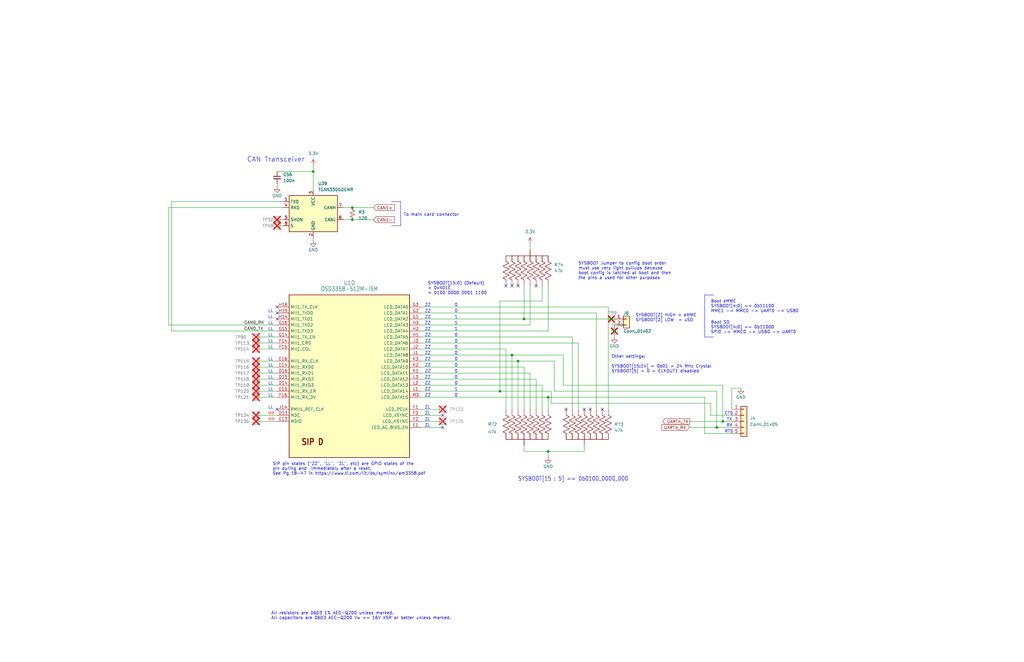
<source format=kicad_sch>
(kicad_sch (version 20250114) (generator "eeschema") (generator_version "9.0")
  (paper "USLedger")
  (title_block (title "OreSat C3: OSD3358 SIP D") (date "2023-05-29") (rev "6.1"))
  (lib_symbols
    (symbol "Connector_Generic:Conn_01x02" (pin_names (offset 1.016) (hide yes))
      (property "Reference" "J" (at 0 2.54 0))
      (property "Value" "Conn_01x02" (at 0 -5.08 0))
      (symbol "Conn_01x02_1_1"
        (pin passive line (at -5.08 0 0) (length 3.81) (name "Pin_1") (number "1"))
        (pin passive line (at -5.08 -2.54 0) (length 3.81) (name "Pin_2") (number "2"))
      )
    )
    (symbol "Connector_Generic:Conn_01x05" (pin_names (offset 1.016) (hide yes))
      (property "Reference" "J" (at 0 7.62 0))
      (property "Value" "Conn_01x05" (at 0 -7.62 0))
      (symbol "Conn_01x05_1_1"
        (pin passive line (at -5.08 5.08 0) (length 3.81) (name "Pin_1") (number "1"))
        (pin passive line (at -5.08 2.54 0) (length 3.81) (name "Pin_2") (number "2"))
        (pin passive line (at -5.08 0 0) (length 3.81) (name "Pin_3") (number "3"))
        (pin passive line (at -5.08 -2.54 0) (length 3.81) (name "Pin_4") (number "4"))
        (pin passive line (at -5.08 -5.08 0) (length 3.81) (name "Pin_5") (number "5"))
      )
    )
    (symbol "Device:C_Small" (pin_numbers (hide yes)) (pin_names (offset 0.254) (hide yes))
      (property "Reference" "C" (at 0.254 1.778 0))
      (property "Value" "C_Small" (at 0.254 -2.032 0))
      (symbol "C_Small_1_1"
        (pin passive line (at 0 2.54 270) (length 2.032) (name "~") (number "1"))
        (pin passive line (at 0 -2.54 90) (length 2.032) (name "~") (number "2"))
      )
    )
    (symbol "Device:R_Small_US" (pin_numbers (hide yes)) (pin_names (offset 0.254) (hide yes))
      (property "Reference" "R" (at 0.762 0.508 0))
      (property "Value" "R_Small_US" (at 0.762 -1.016 0))
      (symbol "R_Small_US_1_1"
        (pin passive line (at 0 2.54 270) (length 1.016) (name "~") (number "1"))
        (pin passive line (at 0 -2.54 90) (length 1.016) (name "~") (number "2"))
      )
    )
    (symbol "Interface_CAN_LIN:TCAN330"
      (property "Reference" "U" (at -10.16 8.89 0))
      (property "Value" "TCAN330" (at 2.54 8.89 0))
      (symbol "TCAN330_1_1"
        (pin input line (at -12.7 5.08 0) (length 2.54) (name "TXD") (number "1"))
        (pin tri_state line (at -12.7 2.54 0) (length 2.54) (name "RXD") (number "4"))
        (pin input line (at -12.7 -2.54 0) (length 2.54) (name "SHDN") (number "5"))
        (pin input line (at -12.7 -5.08 0) (length 2.54) (name "S") (number "8"))
        (pin power_in line (at 0 10.16 270) (length 2.54) (name "VCC") (number "3"))
        (pin power_in line (at 0 -10.16 90) (length 2.54) (name "GND") (number "2"))
        (pin bidirectional line (at 12.7 2.54 180) (length 2.54) (name "CANH") (number "7"))
        (pin bidirectional line (at 12.7 -2.54 180) (length 2.54) (name "CANL") (number "6"))
      )
    )
    (symbol "oresat-ics:OSD3358-512M-BSM"
      (property "Reference" "U" (at 0 87.63 0))
      (property "Value" "OSD3358-512M-BSM" (at 0 85.09 0))
      (symbol "OSD3358-512M-BSM_1_0"
        (text "GND to program EEPROM" (at -25.4 -71.12 0) (effects (font (size 1.27 1.0795)) (justify left bottom)))
        (text "SIP A" (at -20.32 17.78 0) (effects (font (size 2.54 2.159) (bold yes)) (justify left bottom)))
        (text "I2C0" (at -2.54 -60.96 900) (effects (font (size 2.54 2.159)) (justify left bottom)))
        (text "Connect together with pour" (at 5.08 -7.62 900) (effects (font (size 1.27 1.0795)) (justify left bottom)))
        (text "Connect together with pour" (at 5.08 -60.96 900) (effects (font (size 1.27 1.0795)) (justify left bottom)))
        (text "Reset" (at 5.08 -81.28 900) (effects (font (size 2.54 2.159)) (justify left bottom)))
        (text "Connect to either:\nSYS_VDD_1P8V or\nSYS_VDD3_3P3V" (at 8.89 -21.59 900) (effects (font (size 1.27 1.0795)) (justify bottom)))
        (pin power_in line (at -35.56 78.74 0) (length 5.08) (name "VIN_AC@1") (number "P10"))
        (pin power_in line (at -35.56 76.2 0) (length 5.08) (name "VIN_AC@2") (number "R10"))
        (pin power_in line (at -35.56 73.66 0) (length 5.08) (name "VIN_AC@3") (number "T10"))
        (pin power_in line (at -35.56 63.5 0) (length 5.08) (name "VIN_USB@1") (number "P9"))
        (pin power_in line (at -35.56 60.96 0) (length 5.08) (name "VIN_USB@2") (number "R9"))
        (pin power_in line (at -35.56 58.42 0) (length 5.08) (name "VIN_USB@3") (number "T9"))
        (pin power_in line (at -35.56 48.26 0) (length 5.08) (name "VIN_BAT@1") (number "P8"))
        (pin power_in line (at -35.56 45.72 0) (length 5.08) (name "VIN_BAT@2") (number "R8"))
        (pin power_in line (at -35.56 43.18 0) (length 5.08) (name "VIN_BAT@3") (number "T8"))
        (pin bidirectional line (at -35.56 38.1 0) (length 5.08) (name "PMIC_BAT_SENSE") (number "N7"))
        (pin bidirectional line (at -35.56 35.56 0) (length 5.08) (name "PMIC_TS") (number "N6"))
        (pin bidirectional line (at -35.56 5.08 0) (length 5.08) (name "PMIC_NRESET") (number "M13"))
        (pin bidirectional line (at -35.56 -5.08 0) (length 5.08) (name "PMIC_PB_IN") (number "T11"))
        (pin input line (at -35.56 -15.24 0) (length 5.08) (name "PMIC_PWR_EN") (number "N11"))
        (pin output line (at -35.56 -17.78 0) (length 5.08) (name "PMIC_POWER_EN") (number "N10"))
        (pin output line (at -35.56 -22.86 0) (length 5.08) (name "PMIC_LDO_PGOOD") (number "N4"))
        (pin bidirectional line (at -35.56 -25.4 0) (length 5.08) (name "RTC_PWRONRSTN") (number "N5"))
        (pin output line (at -35.56 -30.48 0) (length 5.08) (name "PMIC_NWAKEUP") (number "L4"))
        (pin bidirectional line (at -35.56 -33.02 0) (length 5.08) (name "EXT_WAKEUP") (number "M4"))
        (pin output line (at -35.56 -38.1 0) (length 5.08) (name "PMIC_NINT") (number "E4"))
        (pin bidirectional line (at -35.56 -40.64 0) (length 5.08) (name "EXTINTN") (number "D4"))
        (pin bidirectional line (at -35.56 -50.8 0) (length 5.08) (name "PMIC_SCL") (number "D10"))
        (pin bidirectional line (at -35.56 -53.34 0) (length 5.08) (name "I2C0_SCL") (number "C10"))
        (pin bidirectional line (at -35.56 -60.96 0) (length 5.08) (name "PMIC_SDA") (number "D11"))
        (pin bidirectional line (at -35.56 -63.5 0) (length 5.08) (name "I2C0_SDA") (number "C11"))
        (pin bidirectional line (at -35.56 -73.66 0) (length 5.08) (name "EEPROM_WP") (number "M2"))
        (pin bidirectional line (at -35.56 -83.82 0) (length 5.08) (name "RTC_KALDO_ENN") (number "M16"))
        (pin power_in line (at 35.56 78.74 180) (length 5.08) (name "SYS_VOUT@1") (number "K6"))
        (pin power_in line (at 35.56 76.2 180) (length 5.08) (name "SYS_VOUT@2") (number "K7"))
        (pin power_in line (at 35.56 73.66 180) (length 5.08) (name "SYS_VOUT@3") (number "L6"))
        (pin power_in line (at 35.56 71.12 180) (length 5.08) (name "SYS_VOUT@4") (number "L7"))
        (pin power_in line (at 35.56 60.96 180) (length 5.08) (name "SYS_VDD1_3P3V@1") (number "F6"))
        (pin power_in line (at 35.56 58.42 180) (length 5.08) (name "SYS_VDD1_3P3V@2") (number "F7"))
        (pin power_in line (at 35.56 55.88 180) (length 5.08) (name "SYS_VDD1_3P3V@3") (number "G6"))
        (pin power_in line (at 35.56 53.34 180) (length 5.08) (name "SYS_VDD1_3P3V@4") (number "G7"))
        (pin power_in line (at 35.56 43.18 180) (length 5.08) (name "SYS_VDD2_3P3V@1") (number "F11"))
        (pin power_in line (at 35.56 40.64 180) (length 5.08) (name "SYS_VDD2_3P3V@2") (number "G11"))
        (pin power_in line (at 35.56 30.48 180) (length 5.08) (name "SYS_RTC_1P8V@1") (number "K11"))
        (pin power_in line (at 35.56 27.94 180) (length 5.08) (name "SYS_RTC_1P8V@2") (number "L11"))
        (pin power_in line (at 35.56 12.7 180) (length 5.08) (name "SYS_VDD3_3P3V@1") (number "F8"))
        (pin power_in line (at 35.56 10.16 180) (length 5.08) (name "SYS_VDD3_3P3V@2") (number "G8"))
        (pin power_in line (at 35.56 7.62 180) (length 5.08) (name "SYS_VDD3_3P3V@3") (number "H7"))
        (pin power_in line (at 35.56 5.08 180) (length 5.08) (name "SYS_VDD3_3P3V@4") (number "H8"))
        (pin power_in line (at 35.56 2.54 180) (length 5.08) (name "SYS_VDD3_3P3V@5") (number "J7"))
        (pin power_in line (at 35.56 0 180) (length 5.08) (name "SYS_VDD3_3P3V@6") (number "J8"))
        (pin power_in line (at 35.56 -2.54 180) (length 5.08) (name "SYS_VDD3_3P3V@7") (number "K8"))
        (pin power_in line (at 35.56 -5.08 180) (length 5.08) (name "SYS_VDD3_3P3V@8") (number "L8"))
        (pin power_in line (at 35.56 -15.24 180) (length 5.08) (name "VDDSHV1") (number "J9"))
        (pin power_in line (at 35.56 -17.78 180) (length 5.08) (name "VDDSHV2") (number "K9"))
        (pin power_in line (at 35.56 -20.32 180) (length 5.08) (name "VDDSHV3") (number "L9"))
        (pin power_in line (at 35.56 -22.86 180) (length 5.08) (name "VDDSHV4") (number "F9"))
        (pin power_in line (at 35.56 -25.4 180) (length 5.08) (name "VDDSHV5") (number "G9"))
        (pin power_in line (at 35.56 -27.94 180) (length 5.08) (name "VDDSHV6") (number "H9"))
        (pin power_in line (at 35.56 -38.1 180) (length 5.08) (name "SYS_VDD_1P8V@1") (number "F10"))
        (pin power_in line (at 35.56 -40.64 180) (length 5.08) (name "SYS_VDD_1P8V@2") (number "G10"))
        (pin power_in line (at 35.56 -43.18 180) (length 5.08) (name "SYS_VDD_1P8V@3") (number "H10"))
        (pin power_in line (at 35.56 -45.72 180) (length 5.08) (name "SYS_VDD_1P8V@4") (number "H11"))
        (pin power_in line (at 35.56 -48.26 180) (length 5.08) (name "SYS_VDD_1P8V@5") (number "J10"))
        (pin power_in line (at 35.56 -50.8 180) (length 5.08) (name "SYS_VDD_1P8V@6") (number "J11"))
        (pin power_in line (at 35.56 -53.34 180) (length 5.08) (name "SYS_VDD_1P8V@7") (number "K10"))
        (pin power_in line (at 35.56 -55.88 180) (length 5.08) (name "SYS_VDD_1P8V@8") (number "L10"))
        (pin output line (at 35.56 -71.12 180) (length 5.08) (name "PMIC_PGOOD") (number "N12"))
        (pin bidirectional line (at 35.56 -73.66 180) (length 5.08) (name "PWRONRSTN") (number "P11"))
        (pin bidirectional line (at 35.56 -83.82 180) (length 5.08) (name "WARMRSTN") (number "R11"))
      )
      (symbol "OSD3358-512M-BSM_2_0"
        (text "SIP B" (at -5.08 53.34 0) (effects (font (size 2.54 2.159) (bold yes)) (justify left bottom)))
        (text "XTAL" (at -2.54 30.48 900) (effects (font (size 2.54 2.159)) (justify left bottom)))
        (text "RTC" (at -2.54 0 900) (effects (font (size 2.54 2.159)) (justify left bottom)))
        (text "JTAG" (at -2.54 -25.4 900) (effects (font (size 2.54 2.159)) (justify left bottom)))
        (text "USB0" (at -2.54 -53.34 900) (effects (font (size 2.54 2.159)) (justify left bottom)))
        (text "Analog" (at 2.54 22.86 0) (effects (font (size 2.54 2.159)) (justify left bottom)))
        (text "Analog Inputs" (at 5.08 -30.48 900) (effects (font (size 2.54 2.159)) (justify left bottom)))
        (text "USB1" (at 5.08 -53.34 900) (effects (font (size 2.54 2.159)) (justify left bottom)))
        (text "Pwr & Gnd" (at 12.7 20.32 0) (effects (font (size 2.159 2.159))))
        (pin bidirectional line (at -30.48 43.18 0) (length 5.08) (name "OSC0_IN") (number "P16"))
        (pin bidirectional line (at -30.48 27.94 0) (length 5.08) (name "OSC0_OUT") (number "N16"))
        (pin bidirectional line (at -30.48 22.86 0) (length 5.08) (name "OSC0_GND") (number "N15"))
        (pin bidirectional line (at -30.48 12.7 0) (length 5.08) (name "OSC1_IN") (number "A6"))
        (pin bidirectional line (at -30.48 -2.54 0) (length 5.08) (name "OSC1_OUT") (number "A5"))
        (pin bidirectional line (at -30.48 -7.62 0) (length 5.08) (name "OSC1_GND") (number "B5"))
        (pin bidirectional line (at -30.48 -17.78 0) (length 5.08) (name "TDI") (number "C1"))
        (pin bidirectional line (at -30.48 -20.32 0) (length 5.08) (name "TDO") (number "C2"))
        (pin bidirectional line (at -30.48 -22.86 0) (length 5.08) (name "TCK") (number "D1"))
        (pin bidirectional line (at -30.48 -25.4 0) (length 5.08) (name "TMS") (number "D2"))
        (pin bidirectional line (at -30.48 -27.94 0) (length 5.08) (name "TRSTN") (number "D3"))
        (pin bidirectional line (at -30.48 -30.48 0) (length 5.08) (name "EMU0") (number "E2"))
        (pin bidirectional line (at -30.48 -33.02 0) (length 5.08) (name "EMU1") (number "E3"))
        (pin bidirectional line (at -30.48 -43.18 0) (length 5.08) (name "USB0_VBUS") (number "J16"))
        (pin bidirectional line (at -30.48 -45.72 0) (length 5.08) (name "USB0_DM") (number "K16"))
        (pin bidirectional line (at -30.48 -48.26 0) (length 5.08) (name "USB0_DP") (number "K15"))
        (pin bidirectional line (at -30.48 -50.8 0) (length 5.08) (name "USB0_ID") (number "K14"))
        (pin bidirectional line (at -30.48 -53.34 0) (length 5.08) (name "USB0_CE") (number "K13"))
        (pin bidirectional line (at -30.48 -55.88 0) (length 5.08) (name "USB0_DRVVBUS") (number "J15"))
        (pin bidirectional line (at 30.48 45.72 180) (length 5.08) (name "SYS_ADC_1P8V") (number "A7"))
        (pin bidirectional line (at 30.48 35.56 180) (length 5.08) (name "VREFP") (number "B7"))
        (pin bidirectional line (at 30.48 15.24 180) (length 5.08) (name "AGND_ADC") (number "A9"))
        (pin bidirectional line (at 30.48 5.08 180) (length 5.08) (name "VREFN") (number "B9"))
        (pin bidirectional line (at 30.48 -5.08 180) (length 5.08) (name "AIN0") (number "A8"))
        (pin bidirectional line (at 30.48 -7.62 180) (length 5.08) (name "AIN1") (number "B8"))
        (pin bidirectional line (at 30.48 -10.16 180) (length 5.08) (name "AIN2") (number "B6"))
        (pin bidirectional line (at 30.48 -12.7 180) (length 5.08) (name "AIN3") (number "C6"))
        (pin bidirectional line (at 30.48 -15.24 180) (length 5.08) (name "AIN4") (number "C7"))
        (pin bidirectional line (at 30.48 -17.78 180) (length 5.08) (name "AIN5") (number "C8"))
        (pin bidirectional line (at 30.48 -20.32 180) (length 5.08) (name "AIN6") (number "C9"))
        (pin bidirectional line (at 30.48 -22.86 180) (length 5.08) (name "AIN7") (number "D7"))
        (pin bidirectional line (at 30.48 -27.94 180) (length 5.08) (name "PMIC_MUX_OUT") (number "D6"))
        (pin bidirectional line (at 30.48 -33.02 180) (length 5.08) (name "PMIC_MUX_IN") (number "N13"))
        (pin bidirectional line (at 30.48 -43.18 180) (length 5.08) (name "USB1_VBUS") (number "M15"))
        (pin bidirectional line (at 30.48 -45.72 180) (length 5.08) (name "USB1_DM") (number "L16"))
        (pin bidirectional line (at 30.48 -48.26 180) (length 5.08) (name "USB1_DP") (number "L15"))
        (pin bidirectional line (at 30.48 -50.8 180) (length 5.08) (name "USB1_ID") (number "L14"))
        (pin bidirectional line (at 30.48 -53.34 180) (length 5.08) (name "USB1_CE") (number "L13"))
        (pin bidirectional line (at 30.48 -55.88 180) (length 5.08) (name "USB1_DRVVBUS") (number "M14"))
      )
      (symbol "OSD3358-512M-BSM_3_0"
        (text "SIP C" (at -5.08 53.34 0) (effects (font (size 2.54 2.159) (bold yes)) (justify left bottom)))
        (pin bidirectional line (at -30.48 55.88 0) (length 5.08) (name "UART0_TXD") (number "B12"))
        (pin bidirectional line (at -30.48 53.34 0) (length 5.08) (name "UART0_RXD") (number "A12"))
        (pin bidirectional line (at -30.48 50.8 0) (length 5.08) (name "UART0_CTSN") (number "C12"))
        (pin bidirectional line (at -30.48 48.26 0) (length 5.08) (name "UART0_RTSN") (number "C13"))
        (pin bidirectional line (at -30.48 40.64 0) (length 5.08) (name "UART1_TXD") (number "B11"))
        (pin bidirectional line (at -30.48 38.1 0) (length 5.08) (name "UART1_RXD") (number "A11"))
        (pin bidirectional line (at -30.48 35.56 0) (length 5.08) (name "UART1_CTSN") (number "B10"))
        (pin bidirectional line (at -30.48 33.02 0) (length 5.08) (name "UART1_RTSN") (number "A10"))
        (pin bidirectional line (at -30.48 25.4 0) (length 5.08) (name "SPI0_SCLK") (number "A13"))
        (pin bidirectional line (at -30.48 22.86 0) (length 5.08) (name "SPI0_D0") (number "B13"))
        (pin bidirectional line (at -30.48 20.32 0) (length 5.08) (name "SPI0_D1") (number "B14"))
        (pin bidirectional line (at -30.48 17.78 0) (length 5.08) (name "SPI0_CS0") (number "A14"))
        (pin bidirectional line (at -30.48 15.24 0) (length 5.08) (name "SPI0_CS1") (number "C14"))
        (pin bidirectional line (at -30.48 7.62 0) (length 5.08) (name "MMC0_CLK") (number "B15"))
        (pin bidirectional line (at -30.48 5.08 0) (length 5.08) (name "MMC0_CMD") (number "B16"))
        (pin bidirectional line (at -30.48 2.54 0) (length 5.08) (name "MMC0_DAT0") (number "A16"))
        (pin bidirectional line (at -30.48 0 0) (length 5.08) (name "MMC0_DAT1") (number "A15"))
        (pin bidirectional line (at -30.48 -2.54 0) (length 5.08) (name "MMC0_DAT2") (number "C16"))
        (pin bidirectional line (at -30.48 -5.08 0) (length 5.08) (name "MMC0_DAT3") (number "C15"))
        (pin bidirectional line (at -30.48 -12.7 0) (length 5.08) (name "MCASP0_ACLKX") (number "A1"))
        (pin bidirectional line (at -30.48 -15.24 0) (length 5.08) (name "MCASP0_FSX") (number "A2"))
        (pin bidirectional line (at -30.48 -17.78 0) (length 5.08) (name "MCASP0_AXR0") (number "B2"))
        (pin bidirectional line (at -30.48 -20.32 0) (length 5.08) (name "MCASP0_AHCLKR") (number "B1"))
        (pin bidirectional line (at -30.48 -22.86 0) (length 5.08) (name "MCASP0_ACLKR") (number "A3"))
        (pin bidirectional line (at -30.48 -25.4 0) (length 5.08) (name "MCASP0_FSR") (number "B3"))
        (pin bidirectional line (at -30.48 -27.94 0) (length 5.08) (name "MCASP0_AXR1") (number "C3"))
        (pin bidirectional line (at -30.48 -30.48 0) (length 5.08) (name "MCASP0_AHCLKX") (number "C4"))
        (pin bidirectional line (at -30.48 -38.1 0) (length 5.08) (name "XDMA_EVENT_INTR0") (number "A4"))
        (pin bidirectional line (at -30.48 -40.64 0) (length 5.08) (name "XDMA_EVENT_INTR1") (number "B4"))
        (pin bidirectional line (at -30.48 -43.18 0) (length 5.08) (name "ECAP0_IN_PWM0_OUT") (number "C5"))
        (pin bidirectional line (at 30.48 55.88 180) (length 5.08) (name "GPMC_CLK") (number "T7"))
        (pin bidirectional line (at 30.48 50.8 180) (length 5.08) (name "GPMC_A0") (number "T12"))
        (pin bidirectional line (at 30.48 48.26 180) (length 5.08) (name "GPMC_A1") (number "R12"))
        (pin bidirectional line (at 30.48 45.72 180) (length 5.08) (name "GPMC_A2") (number "P12"))
        (pin bidirectional line (at 30.48 43.18 180) (length 5.08) (name "GPMC_A3") (number "T13"))
        (pin bidirectional line (at 30.48 40.64 180) (length 5.08) (name "GPMC_A4") (number "R13"))
        (pin bidirectional line (at 30.48 38.1 180) (length 5.08) (name "GPMC_A5") (number "P13"))
        (pin bidirectional line (at 30.48 35.56 180) (length 5.08) (name "GPMC_A6") (number "T14"))
        (pin bidirectional line (at 30.48 33.02 180) (length 5.08) (name "GPMC_A7") (number "R14"))
        (pin bidirectional line (at 30.48 30.48 180) (length 5.08) (name "GPMC_A8") (number "P14"))
        (pin bidirectional line (at 30.48 27.94 180) (length 5.08) (name "GPMC_A9") (number "T15"))
        (pin bidirectional line (at 30.48 25.4 180) (length 5.08) (name "GPMC_A10") (number "R15"))
        (pin bidirectional line (at 30.48 22.86 180) (length 5.08) (name "GPMC_A11") (number "T16"))
        (pin bidirectional line (at 30.48 17.78 180) (length 5.08) (name "GPMC_BEN1") (number "N14"))
        (pin bidirectional line (at 30.48 15.24 180) (length 5.08) (name "GPMC_WAIT0") (number "P15"))
        (pin bidirectional line (at 30.48 12.7 180) (length 5.08) (name "GPMC_WPN") (number "R16"))
        (pin bidirectional line (at 30.48 7.62 180) (length 5.08) (name "GPMC_CSN0") (number "P3"))
        (pin bidirectional line (at 30.48 5.08 180) (length 5.08) (name "GPMC_CSN1") (number "P2"))
        (pin bidirectional line (at 30.48 2.54 180) (length 5.08) (name "GPMC_CSN2") (number "P1"))
        (pin bidirectional line (at 30.48 0 180) (length 5.08) (name "GPMC_CSN3") (number "R7"))
        (pin bidirectional line (at 30.48 -5.08 180) (length 5.08) (name "GPMC_AD0") (number "R3"))
        (pin bidirectional line (at 30.48 -7.62 180) (length 5.08) (name "GPMC_AD1") (number "R2"))
        (pin bidirectional line (at 30.48 -10.16 180) (length 5.08) (name "GPMC_AD2") (number "R1"))
        (pin bidirectional line (at 30.48 -12.7 180) (length 5.08) (name "GPMC_AD3") (number "T3"))
        (pin bidirectional line (at 30.48 -15.24 180) (length 5.08) (name "GPMC_AD4") (number "T2"))
        (pin bidirectional line (at 30.48 -17.78 180) (length 5.08) (name "GPMC_AD5") (number "T1"))
        (pin bidirectional line (at 30.48 -20.32 180) (length 5.08) (name "GPMC_AD6") (number "P4"))
        (pin bidirectional line (at 30.48 -22.86 180) (length 5.08) (name "GPMC_AD7") (number "R4"))
        (pin bidirectional line (at 30.48 -27.94 180) (length 5.08) (name "GPMC_AD8") (number "T4"))
        (pin bidirectional line (at 30.48 -30.48 180) (length 5.08) (name "GPMC_AD9") (number "P5"))
        (pin bidirectional line (at 30.48 -33.02 180) (length 5.08) (name "GPMC_AD10") (number "R5"))
        (pin bidirectional line (at 30.48 -35.56 180) (length 5.08) (name "GPMC_AD11") (number "T5"))
        (pin bidirectional line (at 30.48 -38.1 180) (length 5.08) (name "GPMC_AD12") (number "P6"))
        (pin bidirectional line (at 30.48 -40.64 180) (length 5.08) (name "GPMC_AD13") (number "R6"))
        (pin bidirectional line (at 30.48 -43.18 180) (length 5.08) (name "GPMC_AD14") (number "T6"))
        (pin bidirectional line (at 30.48 -45.72 180) (length 5.08) (name "GPMC_AD15") (number "P7"))
        (pin bidirectional line (at 30.48 -50.8 180) (length 5.08) (name "GPMC_ADVN_ALE") (number "M1"))
        (pin bidirectional line (at 30.48 -53.34 180) (length 5.08) (name "GPMC_BEN0_CLE") (number "N3"))
        (pin bidirectional line (at 30.48 -55.88 180) (length 5.08) (name "GPMC_WEN") (number "N2"))
        (pin bidirectional line (at 30.48 -58.42 180) (length 5.08) (name "GPMC_OEN_REN") (number "N1"))
      )
      (symbol "OSD3358-512M-BSM_4_0"
        (text "SIP D" (at -20.32 -30.48 0) (effects (font (size 2.54 2.159) (bold yes)) (justify left bottom)))
        (pin bidirectional line (at -30.48 27.94 0) (length 5.08) (name "MII1_TX_CLK") (number "H16"))
        (pin bidirectional line (at -30.48 25.4 0) (length 5.08) (name "MII1_TXD0") (number "H15"))
        (pin bidirectional line (at -30.48 22.86 0) (length 5.08) (name "MII1_TXD1") (number "H14"))
        (pin bidirectional line (at -30.48 20.32 0) (length 5.08) (name "MII1_TXD2") (number "G16"))
        (pin bidirectional line (at -30.48 17.78 0) (length 5.08) (name "MII1_TXD3") (number "G15"))
        (pin bidirectional line (at -30.48 15.24 0) (length 5.08) (name "MII1_TX_EN") (number "G14"))
        (pin bidirectional line (at -30.48 12.7 0) (length 5.08) (name "MII1_CRS") (number "F14"))
        (pin bidirectional line (at -30.48 10.16 0) (length 5.08) (name "MII1_COL") (number "F15"))
        (pin bidirectional line (at -30.48 5.08 0) (length 5.08) (name "MII1_RX_CLK") (number "E16"))
        (pin bidirectional line (at -30.48 2.54 0) (length 5.08) (name "MII1_RXD0") (number "E14"))
        (pin bidirectional line (at -30.48 0 0) (length 5.08) (name "MII1_RXD1") (number "D16"))
        (pin bidirectional line (at -30.48 -2.54 0) (length 5.08) (name "MII1_RXD2") (number "D15"))
        (pin bidirectional line (at -30.48 -5.08 0) (length 5.08) (name "MII1_RXD3") (number "D14"))
        (pin bidirectional line (at -30.48 -7.62 0) (length 5.08) (name "MII1_RX_ER") (number "E15"))
        (pin bidirectional line (at -30.48 -10.16 0) (length 5.08) (name "MII1_RX_DV") (number "F16"))
        (pin bidirectional line (at -30.48 -15.24 0) (length 5.08) (name "RMII1_REF_CLK") (number "J14"))
        (pin bidirectional line (at -30.48 -17.78 0) (length 5.08) (name "MDC") (number "D13"))
        (pin bidirectional line (at -30.48 -20.32 0) (length 5.08) (name "MDIO") (number "E13"))
        (pin bidirectional line (at 30.48 27.94 180) (length 5.08) (name "LCD_DATA0") (number "G3"))
        (pin bidirectional line (at 30.48 25.4 180) (length 5.08) (name "LCD_DATA1") (number "G2"))
        (pin bidirectional line (at 30.48 22.86 180) (length 5.08) (name "LCD_DATA2") (number "G1"))
        (pin bidirectional line (at 30.48 20.32 180) (length 5.08) (name "LCD_DATA3") (number "H3"))
        (pin bidirectional line (at 30.48 17.78 180) (length 5.08) (name "LCD_DATA4") (number "H2"))
        (pin bidirectional line (at 30.48 15.24 180) (length 5.08) (name "LCD_DATA5") (number "H1"))
        (pin bidirectional line (at 30.48 12.7 180) (length 5.08) (name "LCD_DATA6") (number "J3"))
        (pin bidirectional line (at 30.48 10.16 180) (length 5.08) (name "LCD_DATA7") (number "J2"))
        (pin bidirectional line (at 30.48 7.62 180) (length 5.08) (name "LCD_DATA8") (number "J1"))
        (pin bidirectional line (at 30.48 5.08 180) (length 5.08) (name "LCD_DATA9") (number "K3"))
        (pin bidirectional line (at 30.48 2.54 180) (length 5.08) (name "LCD_DATA10") (number "K2"))
        (pin bidirectional line (at 30.48 0 180) (length 5.08) (name "LCD_DATA11") (number "K1"))
        (pin bidirectional line (at 30.48 -2.54 180) (length 5.08) (name "LCD_DATA12") (number "L3"))
        (pin bidirectional line (at 30.48 -5.08 180) (length 5.08) (name "LCD_DATA13") (number "L2"))
        (pin bidirectional line (at 30.48 -7.62 180) (length 5.08) (name "LCD_DATA14") (number "L1"))
        (pin bidirectional line (at 30.48 -10.16 180) (length 5.08) (name "LCD_DATA15") (number "M3"))
        (pin bidirectional line (at 30.48 -15.24 180) (length 5.08) (name "LCD_PCLK") (number "F1"))
        (pin bidirectional line (at 30.48 -17.78 180) (length 5.08) (name "LCD_VSYNC") (number "F3"))
        (pin bidirectional line (at 30.48 -20.32 180) (length 5.08) (name "LCD_HSYNC") (number "F2"))
        (pin bidirectional line (at 30.48 -22.86 180) (length 5.08) (name "LCD_AC_BIAS_EN") (number "E1"))
      )
      (symbol "OSD3358-512M-BSM_5_0"
        (text "NOTE:  Can use pours to connect" (at -13.97 -17.78 0) (effects (font (size 1.27 1.0795)) (justify left bottom)))
        (text "DGND pads  instead of " (at -7.62 -19.05 0) (effects (font (size 1.27 1.27)) (justify left)))
        (text "a via per pad." (at -7.62 -21.59 0) (effects (font (size 1.27 1.27)) (justify left)))
        (text "SIP E" (at 0 20.32 0) (effects (font (size 2.54 2.159) (bold yes)) (justify bottom)))
        (pin bidirectional line (at -30.48 25.4 0) (length 5.08) (name "DGND@1") (number "D8"))
        (pin bidirectional line (at -30.48 22.86 0) (length 5.08) (name "DGND@2") (number "D9"))
        (pin bidirectional line (at -30.48 17.78 0) (length 5.08) (name "DGND@3") (number "E5"))
        (pin bidirectional line (at -30.48 15.24 0) (length 5.08) (name "DGND@4") (number "E6"))
        (pin bidirectional line (at -30.48 12.7 0) (length 5.08) (name "DGND@5") (number "E7"))
        (pin bidirectional line (at -30.48 10.16 0) (length 5.08) (name "DGND@6") (number "E8"))
        (pin bidirectional line (at -30.48 7.62 0) (length 5.08) (name "DGND@7") (number "E9"))
        (pin bidirectional line (at -30.48 5.08 0) (length 5.08) (name "DGND@8") (number "E10"))
        (pin bidirectional line (at -30.48 2.54 0) (length 5.08) (name "DGND@9") (number "E11"))
        (pin bidirectional line (at -30.48 0 0) (length 5.08) (name "DGND@10") (number "E12"))
        (pin bidirectional line (at -30.48 -5.08 0) (length 5.08) (name "DGND@11") (number "F5"))
        (pin bidirectional line (at -30.48 -7.62 0) (length 5.08) (name "DGND@12") (number "F12"))
        (pin bidirectional line (at -30.48 -12.7 0) (length 5.08) (name "DGND@13") (number "G5"))
        (pin bidirectional line (at -30.48 -15.24 0) (length 5.08) (name "DGND@14") (number "G12"))
        (pin bidirectional line (at -30.48 -20.32 0) (length 5.08) (name "DGND@15") (number "H4"))
        (pin bidirectional line (at -30.48 -22.86 0) (length 5.08) (name "DGND@16") (number "H5"))
        (pin bidirectional line (at -30.48 -25.4 0) (length 5.08) (name "DGND@17") (number "H12"))
        (pin bidirectional line (at -30.48 -27.94 0) (length 5.08) (name "DGND@18") (number "H13"))
        (pin bidirectional line (at 30.48 25.4 180) (length 5.08) (name "DGND@19") (number "J4"))
        (pin bidirectional line (at 30.48 22.86 180) (length 5.08) (name "DGND@20") (number "J5"))
        (pin bidirectional line (at 30.48 20.32 180) (length 5.08) (name "DGND@21") (number "J12"))
        (pin bidirectional line (at 30.48 17.78 180) (length 5.08) (name "DGND@22") (number "J13"))
        (pin bidirectional line (at 30.48 12.7 180) (length 5.08) (name "DGND@23") (number "K5"))
        (pin bidirectional line (at 30.48 10.16 180) (length 5.08) (name "DGND@24") (number "K12"))
        (pin bidirectional line (at 30.48 5.08 180) (length 5.08) (name "DGND@25") (number "L5"))
        (pin bidirectional line (at 30.48 2.54 180) (length 5.08) (name "DGND@26") (number "L12"))
        (pin bidirectional line (at 30.48 -2.54 180) (length 5.08) (name "DGND@27") (number "M5"))
        (pin bidirectional line (at 30.48 -5.08 180) (length 5.08) (name "DGND@28") (number "M6"))
        (pin bidirectional line (at 30.48 -7.62 180) (length 5.08) (name "DGND@29") (number "M7"))
        (pin bidirectional line (at 30.48 -10.16 180) (length 5.08) (name "DGND@30") (number "M8"))
        (pin bidirectional line (at 30.48 -12.7 180) (length 5.08) (name "DGND@31") (number "M9"))
        (pin bidirectional line (at 30.48 -15.24 180) (length 5.08) (name "DGND@32") (number "M10"))
        (pin bidirectional line (at 30.48 -17.78 180) (length 5.08) (name "DGND@33") (number "M11"))
        (pin bidirectional line (at 30.48 -20.32 180) (length 5.08) (name "DGND@34") (number "M12"))
        (pin bidirectional line (at 30.48 -25.4 180) (length 5.08) (name "DGND@35") (number "N8"))
        (pin bidirectional line (at 30.48 -27.94 180) (length 5.08) (name "DGND@36") (number "N9"))
      )
      (symbol "OSD3358-512M-BSM_6_0"
        (text "Test Point per " (at -10.16 7.62 0) (effects (font (size 1.27 1.27)) (justify left)))
        (text "power rail recommended" (at -10.16 5.08 0) (effects (font (size 1.27 1.27)) (justify left)))
        (text "Do Not Use" (at 0 11.43 0) (effects (font (size 1.778 1.5113)) (justify bottom)))
        (text "Do Not Connect" (at 0 -15.24 0) (effects (font (size 1.778 1.5113))))
        (text "SIP F" (at 15.24 20.32 0) (effects (font (size 2.54 2.159) (bold yes)) (justify bottom)))
        (pin bidirectional line (at -27.94 20.32 0) (length 5.08) (name "VDDS_DDR") (number "F4"))
        (pin bidirectional line (at -27.94 15.24 0) (length 5.08) (name "VDD_CORE") (number "G4"))
        (pin bidirectional line (at -27.94 10.16 0) (length 5.08) (name "VDD_MPU") (number "F13"))
        (pin bidirectional line (at -27.94 5.08 0) (length 5.08) (name "VDDS_PLL") (number "G13"))
        (pin bidirectional line (at -27.94 -5.08 0) (length 5.08) (name "CAP_VDD_RTC") (number "D5"))
        (pin bidirectional line (at -27.94 -10.16 0) (length 5.08) (name "VPP") (number "H6"))
        (pin bidirectional line (at 27.94 -5.08 180) (length 5.08) (name "NC@1") (number "D12"))
        (pin bidirectional line (at 27.94 -7.62 180) (length 5.08) (name "NC@2") (number "J6"))
        (pin bidirectional line (at 27.94 -10.16 180) (length 5.08) (name "NC@3") (number "K4"))
      )
    )
    (symbol "oresat-misc:Test-Point-0.75mm-th"
      (property "Reference" "TP" (at 0 2.54 0))
      (symbol "Test-Point-0.75mm-th_1_0"
        (pin passive line (at 0 0 0) (length 0) (name "1") (number "1"))
      )
    )
    (symbol "oresat-misc:Test-Point-1mm-round"
      (property "Reference" "TP" (at 0 2.54 0))
      (symbol "Test-Point-1mm-round_1_0"
        (pin passive line (at 0 0 0) (length 0) (name "1") (number "1"))
      )
    )
    (symbol "oresat-passives:EXB-A10P391J"
      (property "Reference" "R" (at -17.8308 5.1308 0))
      (property "Value" "EXB-A10P391J" (at -17.6784 2.5908 0))
      (symbol "EXB-A10P391J_1_0"
        (pin passive line (at -12.7 0 0) (length 2.54) (name "11") (number "1"))
        (pin passive line (at -12.7 -2.54 0) (length 2.54) (name "99") (number "9"))
        (pin passive line (at -12.7 -5.08 0) (length 2.54) (name "22") (number "2"))
        (pin passive line (at -12.7 -7.62 0) (length 2.54) (name "88") (number "8"))
        (pin passive line (at -12.7 -10.16 0) (length 2.54) (name "33") (number "3"))
        (pin passive line (at -12.7 -12.7 0) (length 2.54) (name "77") (number "7"))
        (pin passive line (at -12.7 -15.24 0) (length 2.54) (name "44") (number "4"))
        (pin passive line (at -12.7 -17.78 0) (length 2.54) (name "66") (number "6"))
        (pin passive line (at 2.54 -10.16 180) (length 2.54) (name "55") (number "10"))
        (pin passive line (at 2.54 -10.16 180) (length 2.54) (name "55") (number "5"))
      )
    )
    (symbol "oresat-power:3.3V" (power) (pin_names (offset 0))
      (property "Value" "3.3V" (at 0 3.556 0))
      (symbol "3.3V_1_1"
        (pin power_in line (at 0 0 90) (length 0) (hide yes) (name "3.3V") (number "1"))
      )
    )
    (symbol "power:GND" (power) (pin_names (offset 0))
      (property "Value" "GND" (at 0 -3.81 0))
      (symbol "GND_1_1"
        (pin power_in line (at 0 0 270) (length 0) (hide yes) (name "GND") (number "1"))
      )
    )
  )
  (text "LL" (at 113.03 160.02 0) (effects (font (size 1.27 1.27)) (justify left bottom)))
  (text "ZZ" (at 179.07 142.24 0) (effects (font (size 1.27 1.27)) (justify left bottom)))
  (text "1" (at 193.04 165.1 0) (effects (font (size 1.27 1.27)) (justify right bottom)))
  (text "1" (at 193.04 134.62 0) (effects (font (size 1.27 1.27)) (justify right bottom)))
  (text "LL" (at 113.03 172.72 0) (effects (font (size 1.27 1.27)) (justify left bottom)))
  (text "RX\n" (at 307.594 179.578 0) (effects (font (size 1.27 1.27))))
  (text "LL" (at 113.03 147.32 0) (effects (font (size 1.27 1.27)) (justify left bottom)))
  (text "LL" (at 113.03 157.48 0) (effects (font (size 1.27 1.27)) (justify left bottom)))
  (text "0" (at 193.04 144.78 0) (effects (font (size 1.27 1.27)) (justify right bottom)))
  (text "0" (at 193.04 147.32 0) (effects (font (size 1.27 1.27)) (justify right bottom)))
  (text "SYSBOOT[2] HIGH = eMMC\nSYSBOOT[2] LOW  = uSD" (at 267.97 135.89 0) (effects (font (size 1.27 1.27)) (justify left bottom)))
  (text "SIP pin states (\"ZZ\", \"LL\", \"ZL\", etc) are GPIO states of the\npin during and  immediately after a reset.  \nSee Pg 18-47 in https://www.ti.com/lit/ds/symlink/am3358.pdf\n" (at 114.935 200.66 0) (effects (font (size 1.27 1.27)) (justify left bottom)))
  (text "ZZ" (at 179.07 160.02 0) (effects (font (size 1.27 1.27)) (justify left bottom)))
  (text "ZZ" (at 179.07 165.1 0) (effects (font (size 1.27 1.27)) (justify left bottom)))
  (text "Boot SD\nSYSBOOT[4:0] == 0b11000\nSPI0 -> MMC0 -> USB0 -> UART0" (at 299.72 140.97 0) (effects (font (size 1.27 1.27)) (justify left bottom)))
  (text "LL" (at 113.03 162.56 0) (effects (font (size 1.27 1.27)) (justify left bottom)))
  (text "0" (at 193.04 149.86 0) (effects (font (size 1.27 1.27)) (justify right bottom)))
  (text "ZL" (at 179.07 180.34 0) (effects (font (size 1.27 1.27)) (justify left bottom)))
  (text "ZZ" (at 179.07 139.7 0) (effects (font (size 1.27 1.27)) (justify left bottom)))
  (text "0" (at 193.04 157.48 0) (effects (font (size 1.27 1.27)) (justify right bottom)))
  (text "LL" (at 113.03 167.64 0) (effects (font (size 1.27 1.27)) (justify left bottom)))
  (text "ZZ" (at 179.07 147.32 0) (effects (font (size 1.27 1.27)) (justify left bottom)))
  (text "All resistors are 0603 1% AEC-Q200 unless marked.\nAll capacitors are 0603 AEC-Q200 Vw >= 16V X5R or better unless marked." (at 114.3 261.62 0) (effects (font (size 1.27 1.27)) (justify left bottom)))
  (text "ZZ" (at 179.07 149.86 0) (effects (font (size 1.27 1.27)) (justify left bottom)))
  (text "LL" (at 113.03 144.78 0) (effects (font (size 1.27 1.27)) (justify left bottom)))
  (text "Boot eMMC\nSYSBOOT[4:0] == 0b11100\nMMC1 -> MMC0 -> UART0 -> USB0" (at 299.72 132.08 0) (effects (font (size 1.27 1.27)) (justify left bottom)))
  (text "SYSBOOT[15:0] (Default)\n= 0x401C\n= 0100 0000 0001 1100 " (at 180.34 124.46 0) (effects (font (size 1.27 1.27)) (justify left bottom)))
  (text "ZZ" (at 179.07 134.62 0) (effects (font (size 1.27 1.27)) (justify left bottom)))
  (text "ZZ" (at 179.07 129.54 0) (effects (font (size 1.27 1.27)) (justify left bottom)))
  (text "LL" (at 113.03 137.16 0) (effects (font (size 1.27 1.27)) (justify left bottom)))
  (text "ZZ" (at 179.07 154.94 0) (effects (font (size 1.27 1.27)) (justify left bottom)))
  (text "0" (at 193.04 132.08 0) (effects (font (size 1.27 1.27)) (justify right bottom)))
  (text "ZZ" (at 179.07 162.56 0) (effects (font (size 1.27 1.27)) (justify left bottom)))
  (text "ZZ" (at 179.07 157.48 0) (effects (font (size 1.27 1.27)) (justify left bottom)))
  (text "ZL" (at 179.07 177.8 0) (effects (font (size 1.27 1.27)) (justify left bottom)))
  (text "HH" (at 113.03 177.8 0) (effects (font (size 1.27 1.27)) (justify left bottom)))
  (text "ZZ" (at 179.07 132.08 0) (effects (font (size 1.27 1.27)) (justify left bottom)))
  (text "1" (at 193.04 139.7 0) (effects (font (size 1.27 1.27)) (justify right bottom)))
  (text "HH" (at 113.03 175.26 0) (effects (font (size 1.27 1.27)) (justify left bottom)))
  (text "CAN Transceiver" (at 104.14 68.58 0) (effects (font (size 2 2)) (justify left bottom)))
  (text "SYSBOOT Jumper to config boot order\nmust use very light pullups because\nboot config is latched at boot and then\nthe pins a used for other purposes" (at 243.84 118.11 0) (effects (font (size 1.27 1.27)) (justify left bottom)))
  (text "LL" (at 113.03 154.94 0) (effects (font (size 1.27 1.27)) (justify left bottom)))
  (text "ZL" (at 179.07 175.26 0) (effects (font (size 1.27 1.27)) (justify left bottom)))
  (text "TX" (at 307.594 177.038 0) (effects (font (size 1.27 1.27))))
  (text "LL" (at 113.03 142.24 0) (effects (font (size 1.27 1.27)) (justify left bottom)))
  (text "0" (at 193.04 160.02 0) (effects (font (size 1.27 1.27)) (justify right bottom)))
  (text "ZZ" (at 179.07 152.4 0) (effects (font (size 1.27 1.27)) (justify left bottom)))
  (text "ZZ" (at 179.07 167.64 0) (effects (font (size 1.27 1.27)) (justify left bottom)))
  (text "0" (at 193.04 162.56 0) (effects (font (size 1.27 1.27)) (justify right bottom)))
  (text "1" (at 193.04 137.16 0) (effects (font (size 1.27 1.27)) (justify right bottom)))
  (text "LL" (at 113.03 165.1 0) (effects (font (size 1.27 1.27)) (justify left bottom)))
  (text "ZZ" (at 179.07 137.16 0) (effects (font (size 1.27 1.27)) (justify left bottom)))
  (text "ZL" (at 179.07 172.72 0) (effects (font (size 1.27 1.27)) (justify left bottom)))
  (text "LL" (at 113.03 152.4 0) (effects (font (size 1.27 1.27)) (justify left bottom)))
  (text "LL" (at 113.03 132.08 0) (effects (font (size 1.27 1.27)) (justify left bottom)))
  (text "0" (at 193.04 154.94 0) (effects (font (size 1.27 1.27)) (justify right bottom)))
  (text "0" (at 193.04 142.24 0) (effects (font (size 1.27 1.27)) (justify right bottom)))
  (text "Other settings:\n\nSYSBOOT[15:14] = 0b01 = 24 MHz Crystal\nSYSBOOT[5] = 0 = CLKOUT1 disabled" (at 257.81 157.48 0) (effects (font (size 1.27 1.27)) (justify left bottom)))
  (text "SYSBOOT[15 : 5] == 0b0100_0000_000" (at 218.44 203.2 0) (effects (font (size 1.778 1.5113)) (justify left bottom)))
  (text "LL" (at 113.03 139.7 0) (effects (font (size 1.27 1.27)) (justify left bottom)))
  (text "0" (at 193.04 152.4 0) (effects (font (size 1.27 1.27)) (justify right bottom)))
  (text "ZZ" (at 179.07 144.78 0) (effects (font (size 1.27 1.27)) (justify left bottom)))
  (text "0" (at 193.04 167.64 0) (effects (font (size 1.27 1.27)) (justify right bottom)))
  (text "0" (at 193.04 129.54 0) (effects (font (size 1.27 1.27)) (justify right bottom)))
  (text "RTS" (at 307.34 182.118 0) (effects (font (size 1.27 1.27))))
  (text "To main card connector" (at 170.18 91.44 0) (effects (font (size 1.27 1.27)) (justify left bottom)))
  (text "CTS" (at 307.34 174.498 0) (effects (font (size 1.27 1.27))))
  (text "LL" (at 113.03 134.62 0) (effects (font (size 1.27 1.27)) (justify left bottom)))
  (junction (at 304.8 177.8))
  (junction (at 231.14 167.64))
  (junction (at 210.82 165.1))
  (junction (at 218.44 152.4))
  (junction (at 148.59 87.63))
  (junction (at 259.08 139.7))
  (junction (at 257.81 134.62))
  (junction (at 302.26 180.34))
  (junction (at 148.59 92.71))
  (junction (at 215.9 149.86))
  (junction (at 231.14 190.5))
  (junction (at 132.08 72.39))
  (junction (at 220.98 134.62))
  (no_connect (at 218.44 120.65))
  (no_connect (at 215.9 120.65))
  (no_connect (at 238.76 172.72))
  (no_connect (at 186.69 180.34))
  (no_connect (at 213.36 120.65))
  (no_connect (at 226.06 120.65))
  (no_connect (at 248.92 172.72))
  (no_connect (at 246.38 172.72))
  (no_connect (at 116.84 172.72))
  (no_connect (at 116.84 132.08))
  (no_connect (at 254 172.72))
  (no_connect (at 186.69 175.26))
  (no_connect (at 116.84 134.62))
  (no_connect (at 116.84 129.54))
  (wire (pts (xy 228.6 120.65) (xy 228.6 127)))
  (wire (pts (xy 177.8 142.24) (xy 241.3 142.24)))
  (wire (pts (xy 177.8 167.64) (xy 231.14 167.64)))
  (wire (pts (xy 116.84 95.25) (xy 119.38 95.25)))
  (wire (pts (xy 223.52 120.65) (xy 223.52 137.16)))
  (wire (pts (xy 297.18 182.88) (xy 308.61 182.88)))
  (wire (pts (xy 220.98 134.62) (xy 257.81 134.62)))
  (wire (pts (xy 237.49 149.86) (xy 237.49 162.56)))
  (wire (pts (xy 302.26 165.1) (xy 233.68 165.1)))
  (wire (pts (xy 177.8 147.32) (xy 213.36 147.32)))
  (wire (pts (xy 177.8 134.62) (xy 220.98 134.62)))
  (wire (pts (xy 177.8 180.34) (xy 186.69 180.34)))
  (wire (pts (xy 243.84 144.78) (xy 243.84 172.72)))
  (wire (pts (xy 177.8 129.54) (xy 256.54 129.54)))
  (wire (pts (xy 107.95 152.4) (xy 116.84 152.4)))
  (wire (pts (xy 237.49 162.56) (xy 304.8 162.56)))
  (wire (pts (xy 177.8 132.08) (xy 251.46 132.08)))
  (wire (pts (xy 177.8 149.86) (xy 215.9 149.86)))
  (wire (pts (xy 231.14 167.64) (xy 231.14 172.72)))
  (wire (pts (xy 210.82 127) (xy 228.6 127)))
  (wire (pts (xy 177.8 139.7) (xy 231.14 139.7)))
  (wire (pts (xy 241.3 142.24) (xy 241.3 172.72)))
  (wire (pts (xy 231.14 190.5) (xy 231.14 193.04)))
  (wire (pts (xy 259.08 139.7) (xy 259.08 142.24)))
  (wire (pts (xy 107.95 177.8) (xy 116.84 177.8)))
  (wire (pts (xy 232.41 165.1) (xy 232.41 170.18)))
  (wire (pts (xy 116.84 77.47) (xy 116.84 78.74)))
  (polyline (pts (xy 165.1 85.09) (xy 168.91 85.09)))
  (wire (pts (xy 223.52 157.48) (xy 223.52 172.72)))
  (wire (pts (xy 177.8 160.02) (xy 226.06 160.02)))
  (polyline (pts (xy 297.18 124.46) (xy 297.18 142.24)))
  (wire (pts (xy 116.84 154.94) (xy 107.95 154.94)))
  (wire (pts (xy 233.68 152.4) (xy 218.44 152.4)))
  (wire (pts (xy 308.61 163.83) (xy 308.61 172.72)))
  (wire (pts (xy 177.8 177.8) (xy 186.69 177.8)))
  (wire (pts (xy 299.72 170.18) (xy 299.72 175.26)))
  (wire (pts (xy 215.9 149.86) (xy 215.9 172.72)))
  (wire (pts (xy 107.95 167.64) (xy 116.84 167.64)))
  (wire (pts (xy 116.84 72.39) (xy 132.08 72.39)))
  (wire (pts (xy 107.95 165.1) (xy 116.84 165.1)))
  (wire (pts (xy 116.84 147.32) (xy 107.95 147.32)))
  (wire (pts (xy 220.98 190.5) (xy 231.14 190.5)))
  (wire (pts (xy 107.95 160.02) (xy 116.84 160.02)))
  (wire (pts (xy 231.14 167.64) (xy 297.18 167.64)))
  (wire (pts (xy 220.98 187.96) (xy 220.98 190.5)))
  (wire (pts (xy 177.8 157.48) (xy 223.52 157.48)))
  (polyline (pts (xy 300.99 124.46) (xy 297.18 124.46)))
  (wire (pts (xy 233.68 165.1) (xy 233.68 152.4)))
  (wire (pts (xy 218.44 152.4) (xy 218.44 172.72)))
  (wire (pts (xy 132.08 100.33) (xy 132.08 101.6)))
  (wire (pts (xy 226.06 160.02) (xy 226.06 172.72)))
  (wire (pts (xy 72.39 85.09) (xy 72.39 139.7)))
  (wire (pts (xy 177.8 175.26) (xy 186.69 175.26)))
  (wire (pts (xy 259.08 137.16) (xy 259.08 139.7)))
  (wire (pts (xy 232.41 170.18) (xy 299.72 170.18)))
  (wire (pts (xy 220.98 154.94) (xy 220.98 172.72)))
  (wire (pts (xy 210.82 165.1) (xy 232.41 165.1)))
  (wire (pts (xy 257.81 134.62) (xy 259.08 134.62)))
  (wire (pts (xy 107.95 157.48) (xy 116.84 157.48)))
  (wire (pts (xy 71.12 87.63) (xy 119.38 87.63)))
  (wire (pts (xy 290.83 180.34) (xy 302.26 180.34)))
  (wire (pts (xy 116.84 92.71) (xy 119.38 92.71)))
  (wire (pts (xy 213.36 147.32) (xy 213.36 172.72)))
  (wire (pts (xy 71.12 137.16) (xy 116.84 137.16)))
  (wire (pts (xy 312.42 163.83) (xy 308.61 163.83)))
  (wire (pts (xy 304.8 177.8) (xy 308.61 177.8)))
  (wire (pts (xy 72.39 139.7) (xy 116.84 139.7)))
  (polyline (pts (xy 297.18 142.24) (xy 300.99 142.24)))
  (wire (pts (xy 290.83 177.8) (xy 304.8 177.8)))
  (wire (pts (xy 210.82 165.1) (xy 210.82 127)))
  (wire (pts (xy 144.78 87.63) (xy 148.59 87.63)))
  (wire (pts (xy 246.38 190.5) (xy 246.38 187.96)))
  (wire (pts (xy 297.18 167.64) (xy 297.18 182.88)))
  (polyline (pts (xy 165.1 95.25) (xy 168.91 95.25)))
  (wire (pts (xy 302.26 165.1) (xy 302.26 180.34)))
  (wire (pts (xy 148.59 87.63) (xy 157.48 87.63)))
  (wire (pts (xy 177.8 162.56) (xy 228.6 162.56)))
  (wire (pts (xy 148.59 92.71) (xy 157.48 92.71)))
  (wire (pts (xy 304.8 162.56) (xy 304.8 177.8)))
  (wire (pts (xy 177.8 165.1) (xy 210.82 165.1)))
  (wire (pts (xy 220.98 134.62) (xy 220.98 120.65)))
  (wire (pts (xy 107.95 144.78) (xy 116.84 144.78)))
  (wire (pts (xy 256.54 129.54) (xy 256.54 172.72)))
  (wire (pts (xy 231.14 120.65) (xy 231.14 139.7)))
  (wire (pts (xy 177.8 144.78) (xy 243.84 144.78)))
  (wire (pts (xy 177.8 137.16) (xy 223.52 137.16)))
  (wire (pts (xy 119.38 85.09) (xy 72.39 85.09)))
  (wire (pts (xy 71.12 87.63) (xy 71.12 137.16)))
  (wire (pts (xy 215.9 149.86) (xy 237.49 149.86)))
  (wire (pts (xy 177.8 152.4) (xy 218.44 152.4)))
  (wire (pts (xy 116.84 142.24) (xy 107.95 142.24)))
  (wire (pts (xy 107.95 162.56) (xy 116.84 162.56)))
  (wire (pts (xy 144.78 92.71) (xy 148.59 92.71)))
  (wire (pts (xy 177.8 172.72) (xy 186.69 172.72)))
  (polyline (pts (xy 168.91 85.09) (xy 168.91 95.25)))
  (wire (pts (xy 116.84 175.26) (xy 107.95 175.26)))
  (wire (pts (xy 251.46 132.08) (xy 251.46 172.72)))
  (wire (pts (xy 302.26 180.34) (xy 308.61 180.34)))
  (wire (pts (xy 228.6 162.56) (xy 228.6 172.72)))
  (wire (pts (xy 177.8 154.94) (xy 220.98 154.94)))
  (wire (pts (xy 132.08 69.85) (xy 132.08 72.39)))
  (wire (pts (xy 223.52 102.87) (xy 223.52 105.41)))
  (wire (pts (xy 132.08 72.39) (xy 132.08 80.01)))
  (wire (pts (xy 231.14 190.5) (xy 246.38 190.5)))
  (wire (pts (xy 299.72 175.26) (xy 308.61 175.26)))
  (label "CAN0_TX" (at 102.87 139.7 0))
  (label "CAN0_RX" (at 102.87 137.16 0))
  (global_label "UART4_RX" (shape input) (at 290.83 180.34 180) (property "Intersheetrefs" "${INTERSHEET_REFS}" (at 278.5315 180.34 0) (effects (justify right))))
  (global_label "UART4_TX" (shape output) (at 290.83 177.8 180) (property "Intersheetrefs" "${INTERSHEET_REFS}" (at 278.8339 177.8 0) (effects (justify right))))
  (global_label "CAN1-" (shape input) (at 157.48 92.71 0) (property "Intersheetrefs" "${INTERSHEET_REFS}" (at 166.9362 92.71 0) (effects (justify left))))
  (global_label "CAN1+" (shape input) (at 157.48 87.63 0) (property "Intersheetrefs" "${INTERSHEET_REFS}" (at 166.9362 87.63 0) (effects (justify left))))
  (symbol (lib_id "oresat-misc:Test-Point-1mm-round") (at 107.95 162.56 270) (unit 1) (dnp yes)
    (property "Reference" "TP119" (at 99.06 162.56 90) (effects (justify left)))
    (property "Value" "Test-Point" (effects (hide yes)))
    (property "Footprint" "oresat-misc:TestPoint_Pad_D1.0mm" (effects (hide yes)))
  )
  (symbol (lib_id "power:GND") (at 231.14 193.04 0) (unit 1)
    (property "Reference" "#PWR0161" (effects (hide yes)))
    (property "Value" "GND" (at 231.14 196.85 0))
  )
  (symbol (lib_id "oresat-power:3.3V") (at 223.52 102.87 0) (unit 1)
    (property "Reference" "#3V0110" (effects (hide yes)))
    (property "Value" "3.3V" (at 223.52 97.79 0))
  )
  (symbol (lib_id "oresat-passives:EXB-A10P391J") (at 256.54 185.42 270) (unit 1)
    (property "Reference" "R73" (at 259.08 179.0827 90) (effects (justify left)))
    (property "Value" "47k" (at 259.08 181.6227 90) (effects (justify left)))
    (property "Footprint" "oresat-passives:Panasonic_Resistor_Array_EXBA10" (effects (hide yes)))
    (property "Datasheet" "http://www.vishay.com/docs/31509/csc.pdf" (effects (hide yes)))
    (property "Manufacturer_Name" "Panasonic Electronic Components" (effects (hide yes)))
    (property "Manufacturer_Part_Number" "EXB-A10P473J" (effects (hide yes)))
    (property "Description / Value" "RES ARRAY 8 RES 47K OHM 2512" (effects (hide yes)))
  )
  (symbol (lib_id "oresat-misc:Test-Point-1mm-round") (at 107.95 177.8 270) (unit 1) (dnp yes)
    (property "Reference" "TP136" (at 99.06 177.8 90) (effects (justify left)))
    (property "Value" "Test-Point" (effects (hide yes)))
    (property "Footprint" "oresat-misc:TestPoint_Pad_D1.0mm" (effects (hide yes)))
  )
  (symbol (lib_id "Device:R_Small_US") (at 148.59 90.17 180) (unit 1)
    (property "Reference" "R3" (at 151.13 89.535 0) (effects (justify right)))
    (property "Value" "120" (at 151.13 92.075 0) (effects (justify right)))
    (property "Footprint" "Resistor_SMD:R_0603_1608Metric" (effects (hide yes)))
    (property "Manufacturer_Name" "Stackpole Electronics Inc" (effects (hide yes)))
    (property "Manufacturer_Part_Number" "RMCA0603FT120R-HP" (effects (hide yes)))
    (property "Description / Value" "RES 0603 120 OHM 1% 0.125W AUTO" (effects (hide yes)))
  )
  (symbol (lib_id "oresat-power:3.3V") (at 132.08 69.85 0) (unit 1)
    (property "Reference" "#3V06" (effects (hide yes)))
    (property "Value" "3.3V" (at 132.08 64.77 0))
  )
  (symbol (lib_id "oresat-misc:Test-Point-1mm-round") (at 107.95 157.48 270) (unit 1) (dnp yes)
    (property "Reference" "TP117" (at 99.06 157.48 90) (effects (justify left)))
    (property "Value" "Test-Point" (effects (hide yes)))
    (property "Footprint" "oresat-misc:TestPoint_Pad_D1.0mm" (effects (hide yes)))
  )
  (symbol (lib_id "oresat-misc:Test-Point-1mm-round") (at 107.95 144.78 270) (unit 1) (dnp yes)
    (property "Reference" "TP113" (at 99.06 144.78 90) (effects (justify left)))
    (property "Value" "Test-Point" (effects (hide yes)))
    (property "Footprint" "oresat-misc:TestPoint_Pad_D1.0mm" (effects (hide yes)))
  )
  (symbol (lib_id "oresat-misc:Test-Point-1mm-round") (at 107.95 160.02 270) (unit 1) (dnp yes)
    (property "Reference" "TP118" (at 99.06 160.02 90) (effects (justify left)))
    (property "Value" "Test-Point" (effects (hide yes)))
    (property "Footprint" "oresat-misc:TestPoint_Pad_D1.0mm" (effects (hide yes)))
  )
  (symbol (lib_id "oresat-misc:Test-Point-1mm-round") (at 107.95 165.1 270) (unit 1) (dnp yes)
    (property "Reference" "TP120" (at 99.06 165.1 90) (effects (justify left)))
    (property "Value" "Test-Point" (effects (hide yes)))
    (property "Footprint" "oresat-misc:TestPoint_Pad_D1.0mm" (effects (hide yes)))
  )
  (symbol (lib_id "oresat-misc:Test-Point-1mm-round") (at 107.95 154.94 270) (unit 1) (dnp yes)
    (property "Reference" "TP116" (at 99.06 154.94 90) (effects (justify left)))
    (property "Value" "Test-Point" (effects (hide yes)))
    (property "Footprint" "oresat-misc:TestPoint_Pad_D1.0mm" (effects (hide yes)))
  )
  (symbol (lib_id "Interface_CAN_LIN:TCAN330") (at 132.08 90.17 0) (unit 1)
    (property "Reference" "U39" (at 134.0994 77.47 0) (effects (justify left)))
    (property "Value" "TCAN330GDCNR" (at 134.0994 80.01 0) (effects (justify left)))
    (property "Footprint" "Package_TO_SOT_SMD:SOT-23-8" (effects (hide yes)))
    (property "Datasheet" "http://www.ti.com/lit/ds/symlink/tcan337.pdf" (effects (hide yes)))
    (property "Manufacturer_Name" "Texas Instruments" (effects (hide yes)))
    (property "Manufacturer_Part_Number" "TCAN330GDCNR" (effects (hide yes)))
    (property "Description / Value" "IC TRANSCEIVER 1/1 8SOIC" (effects (hide yes)))
  )
  (symbol (lib_id "oresat-misc:Test-Point-1mm-round") (at 107.95 152.4 270) (unit 1) (dnp yes)
    (property "Reference" "TP115" (at 99.06 152.4 90) (effects (justify left)))
    (property "Value" "Test-Point" (effects (hide yes)))
    (property "Footprint" "oresat-misc:TestPoint_Pad_D1.0mm" (effects (hide yes)))
  )
  (symbol (lib_id "oresat-misc:Test-Point-1mm-round") (at 116.84 92.71 0) (unit 1) (dnp yes)
    (property "Reference" "TP32" (at 110.49 92.71 0) (effects (justify left)))
    (property "Value" "Test-Point" (effects (hide yes)))
    (property "Footprint" "oresat-misc:TestPoint_Pad_D1.0mm" (effects (hide yes)))
  )
  (symbol (lib_id "oresat-misc:Test-Point-1mm-round") (at 107.95 167.64 270) (unit 1) (dnp yes)
    (property "Reference" "TP121" (at 99.06 167.64 90) (effects (justify left)))
    (property "Value" "Test-Point" (effects (hide yes)))
    (property "Footprint" "oresat-misc:TestPoint_Pad_D1.0mm" (effects (hide yes)))
  )
  (symbol (lib_id "oresat-misc:Test-Point-1mm-round") (at 186.69 172.72 90) (unit 1) (dnp yes)
    (property "Reference" "TP123" (at 195.58 172.72 90) (effects (justify left)))
    (property "Value" "Test-Point" (effects (hide yes)))
    (property "Footprint" "oresat-misc:TestPoint_Pad_D1.0mm" (effects (hide yes)))
  )
  (symbol (lib_id "Device:C_Small") (at 116.84 74.93 0) (unit 1)
    (property "Reference" "C56" (at 119.38 73.6662 0) (effects (justify left)))
    (property "Value" "100n" (at 119.38 76.2062 0) (effects (justify left)))
    (property "Footprint" "Capacitor_SMD:C_0603_1608Metric" (effects (hide yes)))
    (property "Manufacturer_Name" "Murata Electronics" (effects (hide yes)))
    (property "Manufacturer_Part_Number" "GCJ188R71C104KA01D" (effects (hide yes)))
    (property "Description / Value" "CAP CER 0.1UF 16V X7R 0603" (effects (hide yes)))
  )
  (symbol (lib_id "oresat-ics:OSD3358-512M-BSM") (at 147.32 157.48 0) (unit 4)
    (property "Reference" "U1" (at 147.32 119.38 0) (effects (font (size 1.778 1.5113))))
    (property "Value" "OSD3358-512M-ISM" (at 147.32 121.92 0) (effects (font (size 1.778 1.5113))))
    (property "Footprint" "oresat-ics:U-Octavo-OSD335X-BGA-256" (effects (hide yes)))
    (property "Datasheet" "https://mm.digikey.com/Volume0/opasdata/d220001/medias/docus/778/OSd335x-Software-PwrMgmt.pdf" (effects (hide yes)))
    (property "Description" "OSD335x Embedded Module 1GHz 512MB" (effects (hide yes)))
    (property "Distributor" "DigiKey" (effects (hide yes)))
    (property "MPN" "OSD3358-512M-BSM" (effects (hide yes)))
    (property "Manufacturer_Part_Number" "OSD3358-512M-ISM" (effects (hide yes)))
    (property "Manufacturer_Name" "Octavo Systems LLC" (effects (hide yes)))
    (property "Description / Value" "IC MODULE CORTEX-A8 1GHZ 512MB" (effects (hide yes)))
  )
  (symbol (lib_id "oresat-misc:Test-Point-1mm-round") (at 116.84 95.25 0) (unit 1) (dnp yes)
    (property "Reference" "TP49" (at 110.49 95.25 0) (effects (justify left)))
    (property "Value" "Test-Point" (effects (hide yes)))
    (property "Footprint" "oresat-misc:TestPoint_Pad_D1.0mm" (effects (hide yes)))
  )
  (symbol (lib_id "oresat-misc:Test-Point-0.75mm-th") (at 259.08 139.7 270) (unit 1) (dnp yes)
    (property "Reference" "TP10" (at 257.81 137.16 90) (effects (justify left)))
    (property "Value" "Test-Point" (effects (hide yes)))
    (property "Footprint" "oresat-misc:TestPoint-0.75mm-th" (effects (hide yes)))
  )
  (symbol (lib_id "Connector_Generic:Conn_01x02") (at 264.16 134.62 0) (unit 1)
    (property "Reference" "J6" (at 262.89 132.08 0) (effects (justify left)))
    (property "Value" "Conn_01x02" (at 262.89 139.7 0) (effects (justify left)))
    (property "Footprint" "M20-8890245:M20-8890245" (effects (hide yes)))
    (property "Manufacturer_Name" "Harwin Inc." (effects (hide yes)))
    (property "Manufacturer_Part_Number" "M20-8890245" (effects (hide yes)))
    (property "Description / Value" "CONN HEADER SMD R/A 2POS 2.54MM" (effects (hide yes)))
  )
  (symbol (lib_id "Connector_Generic:Conn_01x05") (at 313.69 177.8 0) (unit 1)
    (property "Reference" "J4" (at 316.23 176.5299 0) (effects (justify left)))
    (property "Value" "Conn_01x05" (at 316.23 179.0699 0) (effects (justify left)))
    (property "Footprint" "Connector_PinHeader_2.54mm:PinHeader_1x05_P2.54mm_Horizontal" (effects (hide yes)))
    (property "Description" "Generic connector, single row, 01x05, script generated (kicad-library-utils/schlib/autogen/connector/)" (effects (hide yes)))
    (property "Manufacturer_Name" "Samtec Inc." (effects (hide yes)))
    (property "Manufacturer_Part_Number" "TSW-105-25-F-S-RA" (effects (hide yes)))
    (property "Description / Value" "CONN HEADER R/A 5POS 2.54MM" (effects (hide yes)))
  )
  (symbol (lib_id "power:GND") (at 132.08 101.6 0) (unit 1)
    (property "Reference" "#PWR014" (effects (hide yes)))
    (property "Value" "GND" (at 132.08 105.41 0))
  )
  (symbol (lib_id "power:GND") (at 312.42 163.83 0) (unit 1)
    (property "Reference" "#PWR04" (effects (hide yes)))
    (property "Value" "GND" (at 312.42 167.64 0))
  )
  (symbol (lib_id "power:GND") (at 259.08 142.24 0) (unit 1)
    (property "Reference" "#PWR0160" (effects (hide yes)))
    (property "Value" "GND" (at 259.08 146.05 0))
  )
  (symbol (lib_id "oresat-misc:Test-Point-1mm-round") (at 107.95 147.32 270) (unit 1) (dnp yes)
    (property "Reference" "TP114" (at 99.06 147.32 90) (effects (justify left)))
    (property "Value" "Test-Point" (effects (hide yes)))
    (property "Footprint" "oresat-misc:TestPoint_Pad_D1.0mm" (effects (hide yes)))
  )
  (symbol (lib_id "oresat-misc:Test-Point-1mm-round") (at 107.95 175.26 270) (unit 1) (dnp yes)
    (property "Reference" "TP134" (at 99.06 175.26 90) (effects (justify left)))
    (property "Value" "Test-Point" (effects (hide yes)))
    (property "Footprint" "oresat-misc:TestPoint_Pad_D1.0mm" (effects (hide yes)))
  )
  (symbol (lib_id "oresat-misc:Test-Point-1mm-round") (at 186.69 177.8 90) (unit 1) (dnp yes)
    (property "Reference" "TP125" (at 195.58 177.8 90) (effects (justify left)))
    (property "Value" "Test-Point" (effects (hide yes)))
    (property "Footprint" "oresat-misc:TestPoint_Pad_D1.0mm" (effects (hide yes)))
  )
  (symbol (lib_id "oresat-misc:Test-Point-0.75mm-th") (at 257.81 134.62 270) (unit 1) (dnp yes)
    (property "Reference" "TP9" (at 256.54 132.08 90) (effects (justify left)))
    (property "Value" "Test-Point" (effects (hide yes)))
    (property "Footprint" "oresat-misc:TestPoint-0.75mm-th" (effects (hide yes)))
  )
  (symbol (lib_id "oresat-misc:Test-Point-1mm-round") (at 107.95 142.24 270) (unit 1) (dnp yes)
    (property "Reference" "TP90" (at 99.06 142.24 90) (effects (justify left)))
    (property "Value" "Test-Point" (effects (hide yes)))
    (property "Footprint" "oresat-misc:TestPoint_Pad_D1.0mm" (effects (hide yes)))
  )
  (symbol (lib_id "oresat-passives:EXB-A10P391J") (at 231.14 185.42 270) (unit 1)
    (property "Reference" "R72" (at 205.74 179.07 90) (effects (justify left)))
    (property "Value" "47k" (at 205.74 182.2449 90) (effects (justify left)))
    (property "Footprint" "oresat-passives:Panasonic_Resistor_Array_EXBA10" (effects (hide yes)))
    (property "Datasheet" "http://www.vishay.com/docs/31509/csc.pdf" (effects (hide yes)))
    (property "Manufacturer_Name" "Panasonic Electronic Components" (effects (hide yes)))
    (property "Manufacturer_Part_Number" "EXB-A10P473J" (effects (hide yes)))
    (property "Description / Value" "RES ARRAY 8 RES 47K OHM 2512" (effects (hide yes)))
  )
  (symbol (lib_id "power:GND") (at 116.84 78.74 0) (unit 1)
    (property "Reference" "#PWR013" (effects (hide yes)))
    (property "Value" "GND" (at 116.84 82.55 0))
  )
  (symbol (lib_id "oresat-passives:EXB-A10P391J") (at 213.36 107.95 90) (unit 1)
    (property "Reference" "R74" (at 233.68 111.7473 90) (effects (justify right)))
    (property "Value" "47k" (at 233.68 114.2873 90) (effects (justify right)))
    (property "Footprint" "oresat-passives:Panasonic_Resistor_Array_EXBA10" (effects (hide yes)))
    (property "Datasheet" "http://www.vishay.com/docs/31509/csc.pdf" (effects (hide yes)))
    (property "Manufacturer_Name" "Panasonic Electronic Components" (effects (hide yes)))
    (property "Manufacturer_Part_Number" "EXB-A10P473J" (effects (hide yes)))
    (property "Description / Value" "RES ARRAY 8 RES 47K OHM 2512" (effects (hide yes)))
  )
)
</source>
